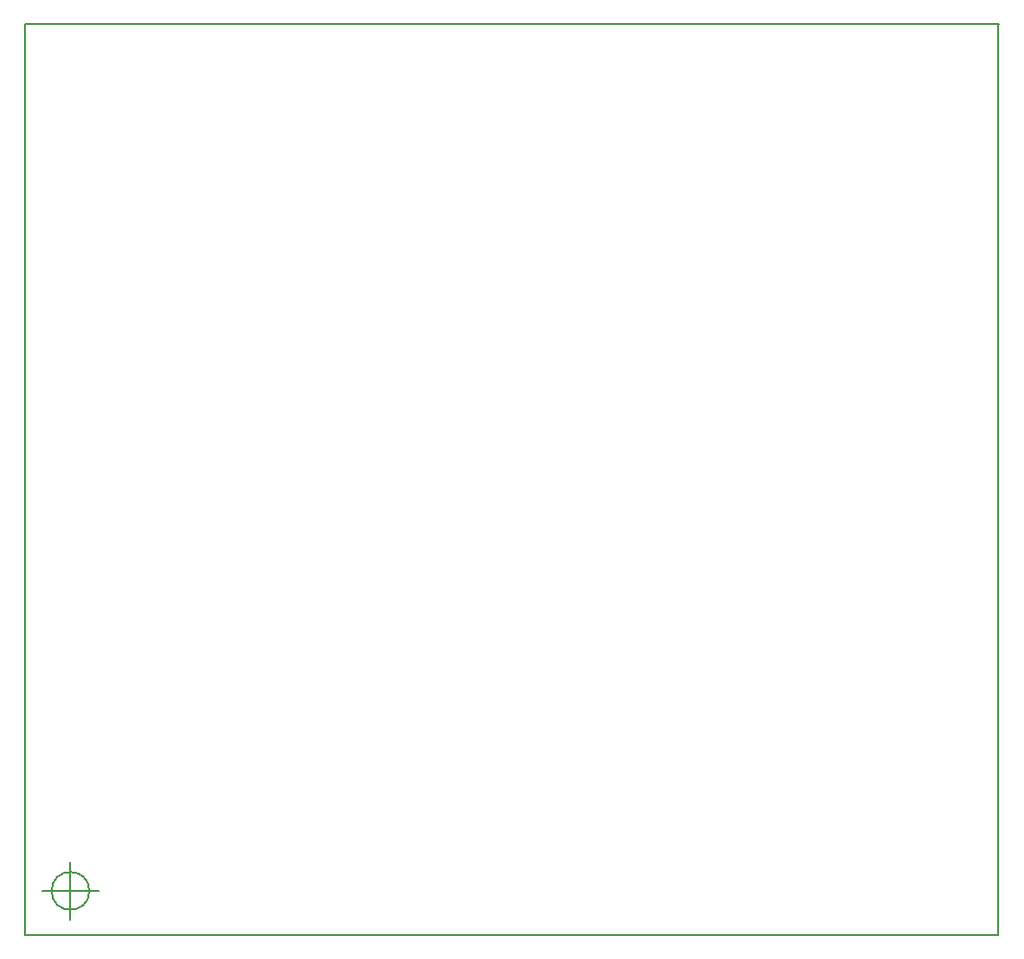
<source format=gbr>
G04 #@! TF.FileFunction,Paste,Bot*
%FSLAX46Y46*%
G04 Gerber Fmt 4.6, Leading zero omitted, Abs format (unit mm)*
G04 Created by KiCad (PCBNEW 4.0.2-stable) date 21/01/2018 10:23:35*
%MOMM*%
G01*
G04 APERTURE LIST*
%ADD10C,0.100000*%
%ADD11C,0.150000*%
G04 APERTURE END LIST*
D10*
D11*
X105666666Y-144500000D02*
G75*
G03X105666666Y-144500000I-1666666J0D01*
G01*
X101500000Y-144500000D02*
X106500000Y-144500000D01*
X104000000Y-142000000D02*
X104000000Y-147000000D01*
X100015000Y-67920000D02*
X185880000Y-67920000D01*
X100015000Y-67920000D02*
X100015000Y-148420000D01*
X185875000Y-148420000D02*
X185875000Y-67920000D01*
X100010000Y-148420000D02*
X185875000Y-148420000D01*
M02*

</source>
